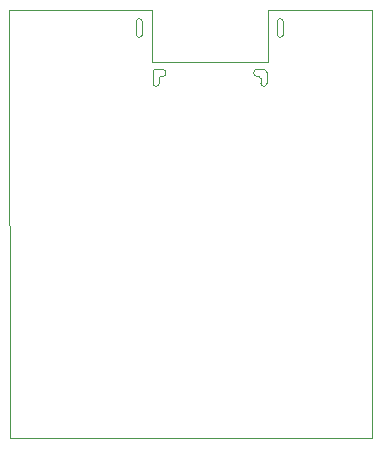
<source format=gbr>
G04 #@! TF.GenerationSoftware,KiCad,Pcbnew,(5.1.0)-1*
G04 #@! TF.CreationDate,2019-11-16T16:41:27+01:00*
G04 #@! TF.ProjectId,USBC_PowerDelivery,55534243-5f50-46f7-9765-7244656c6976,rev?*
G04 #@! TF.SameCoordinates,Original*
G04 #@! TF.FileFunction,Profile,NP*
%FSLAX46Y46*%
G04 Gerber Fmt 4.6, Leading zero omitted, Abs format (unit mm)*
G04 Created by KiCad (PCBNEW (5.1.0)-1) date 2019-11-16 16:41:27*
%MOMM*%
%LPD*%
G04 APERTURE LIST*
%ADD10C,0.050000*%
%ADD11C,0.100000*%
G04 APERTURE END LIST*
D10*
X108280000Y-108000000D02*
X120320000Y-108000000D01*
X139000000Y-108000000D02*
X130180000Y-108000000D01*
X130170000Y-112370000D02*
X130180000Y-108000000D01*
X120340000Y-112370000D02*
X130170000Y-112370000D01*
X120320000Y-108000000D02*
X120340000Y-112370000D01*
X139000000Y-144200000D02*
X139000000Y-108000000D01*
X108310000Y-144210000D02*
X139000000Y-144200000D01*
X108280000Y-108000000D02*
X108310000Y-144210000D01*
D11*
X120450000Y-113245000D02*
G75*
G02X120700000Y-112995000I250000J0D01*
G01*
X121250000Y-113595000D02*
G75*
G03X121550000Y-113295000I0J300000D01*
G01*
X120700000Y-112995000D02*
X121250000Y-112995000D01*
X120450000Y-113245000D02*
X120450000Y-114195000D01*
X120450000Y-114195000D02*
G75*
G03X120700000Y-114445000I250000J0D01*
G01*
X120700000Y-114445000D02*
G75*
G03X120950000Y-114195000I0J250000D01*
G01*
X120950000Y-114195000D02*
X120950000Y-113750000D01*
X121550000Y-113295000D02*
G75*
G03X121250000Y-112995000I-300000J0D01*
G01*
X120950000Y-113750000D02*
G75*
G02X121095000Y-113595000I150000J5000D01*
G01*
X121095000Y-113595000D02*
X121250000Y-113595000D01*
X130050000Y-113245000D02*
G75*
G03X129800000Y-112995000I-250000J0D01*
G01*
X129255000Y-113595000D02*
G75*
G02X128950000Y-113295000I-2500J302500D01*
G01*
X129800000Y-112995000D02*
X129250000Y-112995000D01*
X130050000Y-113245000D02*
X130050000Y-114195000D01*
X130050000Y-114195000D02*
G75*
G02X129800000Y-114445000I-250000J0D01*
G01*
X129800000Y-114445000D02*
G75*
G02X129550000Y-114195000I0J250000D01*
G01*
X129550000Y-114195000D02*
X129550000Y-113750000D01*
X128950000Y-113295000D02*
G75*
G02X129250000Y-112995000I300000J0D01*
G01*
X129550000Y-113750000D02*
G75*
G03X129405000Y-113595000I-150000J5000D01*
G01*
X129405000Y-113595000D02*
X129255000Y-113595000D01*
X131220000Y-110300000D02*
G75*
G02X130970000Y-110050000I0J250000D01*
G01*
X130970000Y-110050000D02*
X130970000Y-108950000D01*
X130970000Y-108950000D02*
G75*
G02X131220000Y-108700000I250000J0D01*
G01*
X131220000Y-108700000D02*
G75*
G02X131470000Y-108950000I0J-250000D01*
G01*
X131470000Y-108950000D02*
X131470000Y-110050000D01*
X131470000Y-110050000D02*
G75*
G02X131220000Y-110300000I-250000J0D01*
G01*
X119280000Y-110300000D02*
G75*
G02X119030000Y-110050000I0J250000D01*
G01*
X119030000Y-110050000D02*
X119030000Y-108950000D01*
X119030000Y-108950000D02*
G75*
G02X119280000Y-108700000I250000J0D01*
G01*
X119280000Y-108700000D02*
G75*
G02X119530000Y-108950000I0J-250000D01*
G01*
X119530000Y-108950000D02*
X119530000Y-110050000D01*
X119530000Y-110050000D02*
G75*
G02X119280000Y-110300000I-250000J0D01*
G01*
M02*

</source>
